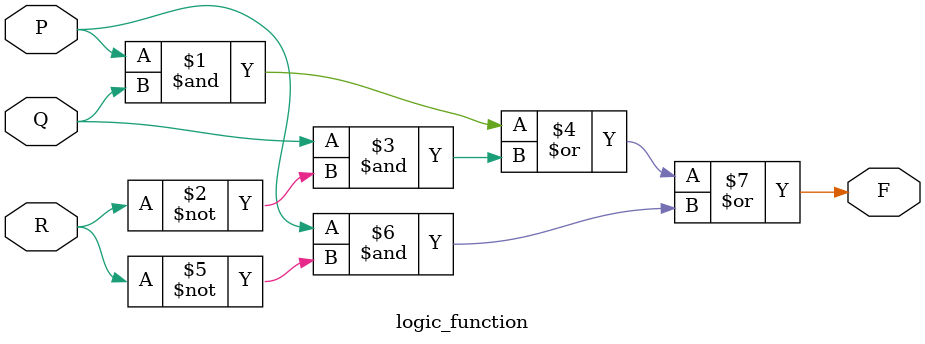
<source format=v>
module logic_function (
    input wire P,
    input wire Q,
    input wire R,
    output wire F
);

assign F = (P & Q) | (Q & ~R) | (P & ~R);

endmodule

</source>
